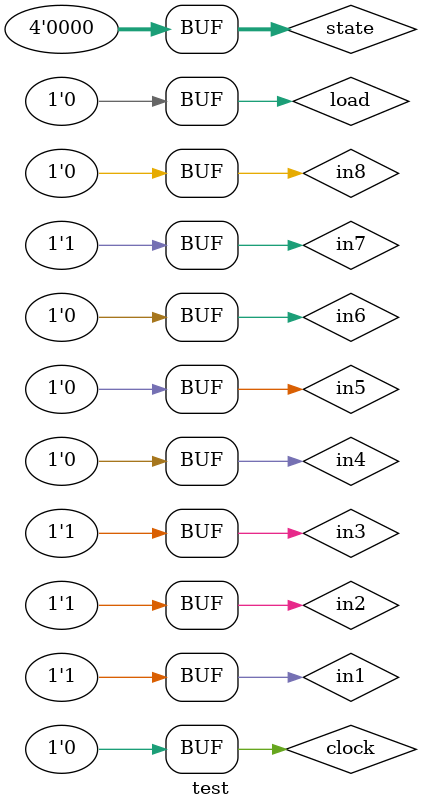
<source format=v>
/*******************************************************************************
 *
 * simulation source: [tb.v]
 *
 ******************************************************************************/

//`define SIM_CYCLE 'h400000000

//
// small value for testing
//
`define SIM_CYCLE 5000
//`timescale 100s/1s
module test;
reg   load;
reg			clock;
reg		[3:0]	state;
reg		  in1;
reg		  in2;
reg		  in3;
reg		 	in4;
reg		 	in5;
reg		 	in6;
reg		 	in7;
reg		 	in8;
wire   out1;
wire   out2;
wire	  out3;
wire	  out4;
wire	 	out5;
wire	 	out6;
wire	 	out7;
wire	 	out8;


initial begin
  state=4'b0000;
  load = 0;
  in1 = 0;
  in2 = 0;
  in3 = 0;
  in4 = 0;
  in5 = 0;
  in6 = 0;
  in7 = 0;
  in8 = 0;
  #30
    in1<=1;     in2<=0;     in3<=1;     in4<=0; 
  #40
    in5<=0;     in6<=1;     in7<=0;     in8<=1;
  #40
    load<=1;
  #40  
    load<=0;
  #40
    in1<=1;     in2<=1;     in3<=1;     in4<=0;
  #40
    in5<=0;     in6<=0;     in7<=1;     in8<=0;
  #40
    load<=1;
  #40  
    load<=0;
end
always begin
  //@(posedge clk);
    # 20 clock = 1; 
    # 20 clock = ~clock;
end
lab03 m(
	.in1(in1),
	.in2(in2),
	.in3(in3),
	.in4(in4),
	.in5(in5),
	.in6(in6),
	.in7(in7),
	.in8(in8),
	.clock(clock),
	.load(load),
	.out1(out1),
	.out2(out2),
	.out3(out3),
	.out4(out4),
	.out5(out5),
	.out6(out6),
	.out7(out7),
	.out8(out8)
);
endmodule

</source>
